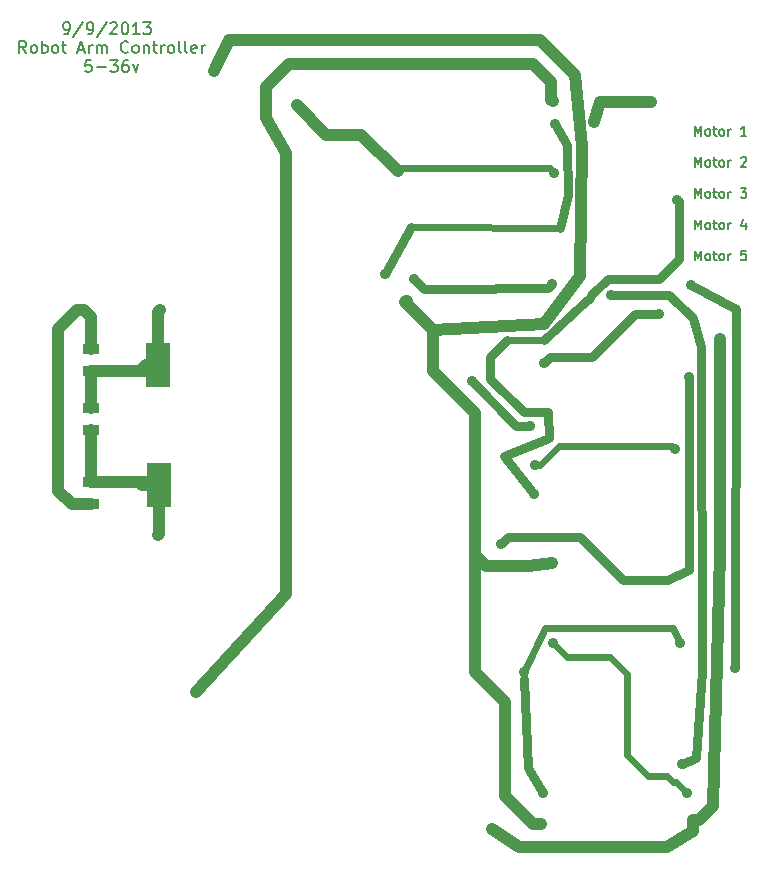
<source format=gtl>
G04 (created by PCBNEW (2013-08-24 BZR 4298)-stable) date Mon 09 Sep 2013 07:29:06 PM PDT*
%MOIN*%
G04 Gerber Fmt 3.4, Leading zero omitted, Abs format*
%FSLAX34Y34*%
G01*
G70*
G90*
G04 APERTURE LIST*
%ADD10C,0.003937*%
%ADD11C,0.007874*%
%ADD12R,0.055000X0.035000*%
%ADD13R,0.082700X0.149600*%
%ADD14C,0.035000*%
%ADD15C,0.031496*%
%ADD16C,0.039370*%
%ADD17C,0.023622*%
G04 APERTURE END LIST*
G54D10*
G54D11*
X37341Y-31343D02*
X37341Y-31028D01*
X37446Y-31253D01*
X37551Y-31028D01*
X37551Y-31343D01*
X37746Y-31343D02*
X37716Y-31328D01*
X37701Y-31313D01*
X37686Y-31283D01*
X37686Y-31193D01*
X37701Y-31163D01*
X37716Y-31148D01*
X37746Y-31133D01*
X37791Y-31133D01*
X37821Y-31148D01*
X37836Y-31163D01*
X37851Y-31193D01*
X37851Y-31283D01*
X37836Y-31313D01*
X37821Y-31328D01*
X37791Y-31343D01*
X37746Y-31343D01*
X37941Y-31133D02*
X38061Y-31133D01*
X37986Y-31028D02*
X37986Y-31298D01*
X38001Y-31328D01*
X38031Y-31343D01*
X38061Y-31343D01*
X38211Y-31343D02*
X38181Y-31328D01*
X38166Y-31313D01*
X38151Y-31283D01*
X38151Y-31193D01*
X38166Y-31163D01*
X38181Y-31148D01*
X38211Y-31133D01*
X38256Y-31133D01*
X38286Y-31148D01*
X38301Y-31163D01*
X38316Y-31193D01*
X38316Y-31283D01*
X38301Y-31313D01*
X38286Y-31328D01*
X38256Y-31343D01*
X38211Y-31343D01*
X38451Y-31343D02*
X38451Y-31133D01*
X38451Y-31193D02*
X38466Y-31163D01*
X38481Y-31148D01*
X38511Y-31133D01*
X38541Y-31133D01*
X39051Y-31343D02*
X38871Y-31343D01*
X38961Y-31343D02*
X38961Y-31028D01*
X38931Y-31073D01*
X38901Y-31103D01*
X38871Y-31118D01*
X37341Y-32382D02*
X37341Y-32067D01*
X37446Y-32292D01*
X37551Y-32067D01*
X37551Y-32382D01*
X37746Y-32382D02*
X37716Y-32367D01*
X37701Y-32352D01*
X37686Y-32322D01*
X37686Y-32232D01*
X37701Y-32202D01*
X37716Y-32187D01*
X37746Y-32172D01*
X37791Y-32172D01*
X37821Y-32187D01*
X37836Y-32202D01*
X37851Y-32232D01*
X37851Y-32322D01*
X37836Y-32352D01*
X37821Y-32367D01*
X37791Y-32382D01*
X37746Y-32382D01*
X37941Y-32172D02*
X38061Y-32172D01*
X37986Y-32067D02*
X37986Y-32337D01*
X38001Y-32367D01*
X38031Y-32382D01*
X38061Y-32382D01*
X38211Y-32382D02*
X38181Y-32367D01*
X38166Y-32352D01*
X38151Y-32322D01*
X38151Y-32232D01*
X38166Y-32202D01*
X38181Y-32187D01*
X38211Y-32172D01*
X38256Y-32172D01*
X38286Y-32187D01*
X38301Y-32202D01*
X38316Y-32232D01*
X38316Y-32322D01*
X38301Y-32352D01*
X38286Y-32367D01*
X38256Y-32382D01*
X38211Y-32382D01*
X38451Y-32382D02*
X38451Y-32172D01*
X38451Y-32232D02*
X38466Y-32202D01*
X38481Y-32187D01*
X38511Y-32172D01*
X38541Y-32172D01*
X38871Y-32097D02*
X38886Y-32082D01*
X38916Y-32067D01*
X38991Y-32067D01*
X39021Y-32082D01*
X39036Y-32097D01*
X39051Y-32127D01*
X39051Y-32157D01*
X39036Y-32202D01*
X38856Y-32382D01*
X39051Y-32382D01*
X37341Y-33422D02*
X37341Y-33107D01*
X37446Y-33332D01*
X37551Y-33107D01*
X37551Y-33422D01*
X37746Y-33422D02*
X37716Y-33407D01*
X37701Y-33392D01*
X37686Y-33362D01*
X37686Y-33272D01*
X37701Y-33242D01*
X37716Y-33227D01*
X37746Y-33212D01*
X37791Y-33212D01*
X37821Y-33227D01*
X37836Y-33242D01*
X37851Y-33272D01*
X37851Y-33362D01*
X37836Y-33392D01*
X37821Y-33407D01*
X37791Y-33422D01*
X37746Y-33422D01*
X37941Y-33212D02*
X38061Y-33212D01*
X37986Y-33107D02*
X37986Y-33377D01*
X38001Y-33407D01*
X38031Y-33422D01*
X38061Y-33422D01*
X38211Y-33422D02*
X38181Y-33407D01*
X38166Y-33392D01*
X38151Y-33362D01*
X38151Y-33272D01*
X38166Y-33242D01*
X38181Y-33227D01*
X38211Y-33212D01*
X38256Y-33212D01*
X38286Y-33227D01*
X38301Y-33242D01*
X38316Y-33272D01*
X38316Y-33362D01*
X38301Y-33392D01*
X38286Y-33407D01*
X38256Y-33422D01*
X38211Y-33422D01*
X38451Y-33422D02*
X38451Y-33212D01*
X38451Y-33272D02*
X38466Y-33242D01*
X38481Y-33227D01*
X38511Y-33212D01*
X38541Y-33212D01*
X38856Y-33107D02*
X39051Y-33107D01*
X38946Y-33227D01*
X38991Y-33227D01*
X39021Y-33242D01*
X39036Y-33257D01*
X39051Y-33287D01*
X39051Y-33362D01*
X39036Y-33392D01*
X39021Y-33407D01*
X38991Y-33422D01*
X38901Y-33422D01*
X38871Y-33407D01*
X38856Y-33392D01*
X37341Y-34461D02*
X37341Y-34146D01*
X37446Y-34371D01*
X37551Y-34146D01*
X37551Y-34461D01*
X37746Y-34461D02*
X37716Y-34446D01*
X37701Y-34431D01*
X37686Y-34401D01*
X37686Y-34311D01*
X37701Y-34281D01*
X37716Y-34266D01*
X37746Y-34251D01*
X37791Y-34251D01*
X37821Y-34266D01*
X37836Y-34281D01*
X37851Y-34311D01*
X37851Y-34401D01*
X37836Y-34431D01*
X37821Y-34446D01*
X37791Y-34461D01*
X37746Y-34461D01*
X37941Y-34251D02*
X38061Y-34251D01*
X37986Y-34146D02*
X37986Y-34416D01*
X38001Y-34446D01*
X38031Y-34461D01*
X38061Y-34461D01*
X38211Y-34461D02*
X38181Y-34446D01*
X38166Y-34431D01*
X38151Y-34401D01*
X38151Y-34311D01*
X38166Y-34281D01*
X38181Y-34266D01*
X38211Y-34251D01*
X38256Y-34251D01*
X38286Y-34266D01*
X38301Y-34281D01*
X38316Y-34311D01*
X38316Y-34401D01*
X38301Y-34431D01*
X38286Y-34446D01*
X38256Y-34461D01*
X38211Y-34461D01*
X38451Y-34461D02*
X38451Y-34251D01*
X38451Y-34311D02*
X38466Y-34281D01*
X38481Y-34266D01*
X38511Y-34251D01*
X38541Y-34251D01*
X39021Y-34251D02*
X39021Y-34461D01*
X38946Y-34131D02*
X38871Y-34356D01*
X39066Y-34356D01*
X37341Y-35500D02*
X37341Y-35185D01*
X37446Y-35410D01*
X37551Y-35185D01*
X37551Y-35500D01*
X37746Y-35500D02*
X37716Y-35485D01*
X37701Y-35470D01*
X37686Y-35440D01*
X37686Y-35350D01*
X37701Y-35320D01*
X37716Y-35305D01*
X37746Y-35290D01*
X37791Y-35290D01*
X37821Y-35305D01*
X37836Y-35320D01*
X37851Y-35350D01*
X37851Y-35440D01*
X37836Y-35470D01*
X37821Y-35485D01*
X37791Y-35500D01*
X37746Y-35500D01*
X37941Y-35290D02*
X38061Y-35290D01*
X37986Y-35185D02*
X37986Y-35455D01*
X38001Y-35485D01*
X38031Y-35500D01*
X38061Y-35500D01*
X38211Y-35500D02*
X38181Y-35485D01*
X38166Y-35470D01*
X38151Y-35440D01*
X38151Y-35350D01*
X38166Y-35320D01*
X38181Y-35305D01*
X38211Y-35290D01*
X38256Y-35290D01*
X38286Y-35305D01*
X38301Y-35320D01*
X38316Y-35350D01*
X38316Y-35440D01*
X38301Y-35470D01*
X38286Y-35485D01*
X38256Y-35500D01*
X38211Y-35500D01*
X38451Y-35500D02*
X38451Y-35290D01*
X38451Y-35350D02*
X38466Y-35320D01*
X38481Y-35305D01*
X38511Y-35290D01*
X38541Y-35290D01*
X39036Y-35185D02*
X38886Y-35185D01*
X38871Y-35335D01*
X38886Y-35320D01*
X38916Y-35305D01*
X38991Y-35305D01*
X39021Y-35320D01*
X39036Y-35335D01*
X39051Y-35365D01*
X39051Y-35440D01*
X39036Y-35470D01*
X39021Y-35485D01*
X38991Y-35500D01*
X38916Y-35500D01*
X38886Y-35485D01*
X38871Y-35470D01*
X16309Y-27963D02*
X16384Y-27963D01*
X16421Y-27944D01*
X16440Y-27926D01*
X16477Y-27869D01*
X16496Y-27794D01*
X16496Y-27644D01*
X16477Y-27607D01*
X16459Y-27588D01*
X16421Y-27569D01*
X16346Y-27569D01*
X16309Y-27588D01*
X16290Y-27607D01*
X16271Y-27644D01*
X16271Y-27738D01*
X16290Y-27776D01*
X16309Y-27794D01*
X16346Y-27813D01*
X16421Y-27813D01*
X16459Y-27794D01*
X16477Y-27776D01*
X16496Y-27738D01*
X16946Y-27551D02*
X16609Y-28057D01*
X17096Y-27963D02*
X17171Y-27963D01*
X17208Y-27944D01*
X17227Y-27926D01*
X17265Y-27869D01*
X17283Y-27794D01*
X17283Y-27644D01*
X17265Y-27607D01*
X17246Y-27588D01*
X17208Y-27569D01*
X17133Y-27569D01*
X17096Y-27588D01*
X17077Y-27607D01*
X17058Y-27644D01*
X17058Y-27738D01*
X17077Y-27776D01*
X17096Y-27794D01*
X17133Y-27813D01*
X17208Y-27813D01*
X17246Y-27794D01*
X17265Y-27776D01*
X17283Y-27738D01*
X17733Y-27551D02*
X17396Y-28057D01*
X17846Y-27607D02*
X17865Y-27588D01*
X17902Y-27569D01*
X17996Y-27569D01*
X18033Y-27588D01*
X18052Y-27607D01*
X18071Y-27644D01*
X18071Y-27682D01*
X18052Y-27738D01*
X17827Y-27963D01*
X18071Y-27963D01*
X18315Y-27569D02*
X18352Y-27569D01*
X18390Y-27588D01*
X18408Y-27607D01*
X18427Y-27644D01*
X18446Y-27719D01*
X18446Y-27813D01*
X18427Y-27888D01*
X18408Y-27926D01*
X18390Y-27944D01*
X18352Y-27963D01*
X18315Y-27963D01*
X18277Y-27944D01*
X18258Y-27926D01*
X18240Y-27888D01*
X18221Y-27813D01*
X18221Y-27719D01*
X18240Y-27644D01*
X18258Y-27607D01*
X18277Y-27588D01*
X18315Y-27569D01*
X18821Y-27963D02*
X18596Y-27963D01*
X18708Y-27963D02*
X18708Y-27569D01*
X18671Y-27626D01*
X18633Y-27663D01*
X18596Y-27682D01*
X18952Y-27569D02*
X19196Y-27569D01*
X19064Y-27719D01*
X19121Y-27719D01*
X19158Y-27738D01*
X19177Y-27757D01*
X19196Y-27794D01*
X19196Y-27888D01*
X19177Y-27926D01*
X19158Y-27944D01*
X19121Y-27963D01*
X19008Y-27963D01*
X18971Y-27944D01*
X18952Y-27926D01*
X15043Y-28593D02*
X14912Y-28405D01*
X14818Y-28593D02*
X14818Y-28199D01*
X14968Y-28199D01*
X15006Y-28218D01*
X15024Y-28237D01*
X15043Y-28274D01*
X15043Y-28330D01*
X15024Y-28368D01*
X15006Y-28387D01*
X14968Y-28405D01*
X14818Y-28405D01*
X15268Y-28593D02*
X15231Y-28574D01*
X15212Y-28555D01*
X15193Y-28518D01*
X15193Y-28405D01*
X15212Y-28368D01*
X15231Y-28349D01*
X15268Y-28330D01*
X15324Y-28330D01*
X15362Y-28349D01*
X15381Y-28368D01*
X15399Y-28405D01*
X15399Y-28518D01*
X15381Y-28555D01*
X15362Y-28574D01*
X15324Y-28593D01*
X15268Y-28593D01*
X15568Y-28593D02*
X15568Y-28199D01*
X15568Y-28349D02*
X15606Y-28330D01*
X15681Y-28330D01*
X15718Y-28349D01*
X15737Y-28368D01*
X15755Y-28405D01*
X15755Y-28518D01*
X15737Y-28555D01*
X15718Y-28574D01*
X15681Y-28593D01*
X15606Y-28593D01*
X15568Y-28574D01*
X15980Y-28593D02*
X15943Y-28574D01*
X15924Y-28555D01*
X15905Y-28518D01*
X15905Y-28405D01*
X15924Y-28368D01*
X15943Y-28349D01*
X15980Y-28330D01*
X16037Y-28330D01*
X16074Y-28349D01*
X16093Y-28368D01*
X16112Y-28405D01*
X16112Y-28518D01*
X16093Y-28555D01*
X16074Y-28574D01*
X16037Y-28593D01*
X15980Y-28593D01*
X16224Y-28330D02*
X16374Y-28330D01*
X16280Y-28199D02*
X16280Y-28537D01*
X16299Y-28574D01*
X16337Y-28593D01*
X16374Y-28593D01*
X16787Y-28480D02*
X16974Y-28480D01*
X16749Y-28593D02*
X16880Y-28199D01*
X17012Y-28593D01*
X17143Y-28593D02*
X17143Y-28330D01*
X17143Y-28405D02*
X17162Y-28368D01*
X17180Y-28349D01*
X17218Y-28330D01*
X17255Y-28330D01*
X17387Y-28593D02*
X17387Y-28330D01*
X17387Y-28368D02*
X17405Y-28349D01*
X17443Y-28330D01*
X17499Y-28330D01*
X17537Y-28349D01*
X17555Y-28387D01*
X17555Y-28593D01*
X17555Y-28387D02*
X17574Y-28349D01*
X17612Y-28330D01*
X17668Y-28330D01*
X17705Y-28349D01*
X17724Y-28387D01*
X17724Y-28593D01*
X18436Y-28555D02*
X18418Y-28574D01*
X18361Y-28593D01*
X18324Y-28593D01*
X18268Y-28574D01*
X18230Y-28537D01*
X18211Y-28499D01*
X18193Y-28424D01*
X18193Y-28368D01*
X18211Y-28293D01*
X18230Y-28255D01*
X18268Y-28218D01*
X18324Y-28199D01*
X18361Y-28199D01*
X18418Y-28218D01*
X18436Y-28237D01*
X18661Y-28593D02*
X18624Y-28574D01*
X18605Y-28555D01*
X18586Y-28518D01*
X18586Y-28405D01*
X18605Y-28368D01*
X18624Y-28349D01*
X18661Y-28330D01*
X18718Y-28330D01*
X18755Y-28349D01*
X18774Y-28368D01*
X18793Y-28405D01*
X18793Y-28518D01*
X18774Y-28555D01*
X18755Y-28574D01*
X18718Y-28593D01*
X18661Y-28593D01*
X18961Y-28330D02*
X18961Y-28593D01*
X18961Y-28368D02*
X18980Y-28349D01*
X19018Y-28330D01*
X19074Y-28330D01*
X19111Y-28349D01*
X19130Y-28387D01*
X19130Y-28593D01*
X19261Y-28330D02*
X19411Y-28330D01*
X19318Y-28199D02*
X19318Y-28537D01*
X19336Y-28574D01*
X19374Y-28593D01*
X19411Y-28593D01*
X19543Y-28593D02*
X19543Y-28330D01*
X19543Y-28405D02*
X19561Y-28368D01*
X19580Y-28349D01*
X19618Y-28330D01*
X19655Y-28330D01*
X19842Y-28593D02*
X19805Y-28574D01*
X19786Y-28555D01*
X19767Y-28518D01*
X19767Y-28405D01*
X19786Y-28368D01*
X19805Y-28349D01*
X19842Y-28330D01*
X19899Y-28330D01*
X19936Y-28349D01*
X19955Y-28368D01*
X19974Y-28405D01*
X19974Y-28518D01*
X19955Y-28555D01*
X19936Y-28574D01*
X19899Y-28593D01*
X19842Y-28593D01*
X20199Y-28593D02*
X20161Y-28574D01*
X20142Y-28537D01*
X20142Y-28199D01*
X20405Y-28593D02*
X20367Y-28574D01*
X20349Y-28537D01*
X20349Y-28199D01*
X20705Y-28574D02*
X20667Y-28593D01*
X20592Y-28593D01*
X20555Y-28574D01*
X20536Y-28537D01*
X20536Y-28387D01*
X20555Y-28349D01*
X20592Y-28330D01*
X20667Y-28330D01*
X20705Y-28349D01*
X20724Y-28387D01*
X20724Y-28424D01*
X20536Y-28462D01*
X20892Y-28593D02*
X20892Y-28330D01*
X20892Y-28405D02*
X20911Y-28368D01*
X20930Y-28349D01*
X20967Y-28330D01*
X21005Y-28330D01*
X17208Y-28829D02*
X17021Y-28829D01*
X17002Y-29017D01*
X17021Y-28998D01*
X17058Y-28979D01*
X17152Y-28979D01*
X17190Y-28998D01*
X17208Y-29017D01*
X17227Y-29054D01*
X17227Y-29148D01*
X17208Y-29185D01*
X17190Y-29204D01*
X17152Y-29223D01*
X17058Y-29223D01*
X17021Y-29204D01*
X17002Y-29185D01*
X17396Y-29073D02*
X17696Y-29073D01*
X17846Y-28829D02*
X18090Y-28829D01*
X17958Y-28979D01*
X18015Y-28979D01*
X18052Y-28998D01*
X18071Y-29017D01*
X18090Y-29054D01*
X18090Y-29148D01*
X18071Y-29185D01*
X18052Y-29204D01*
X18015Y-29223D01*
X17902Y-29223D01*
X17865Y-29204D01*
X17846Y-29185D01*
X18427Y-28829D02*
X18352Y-28829D01*
X18315Y-28848D01*
X18296Y-28867D01*
X18258Y-28923D01*
X18240Y-28998D01*
X18240Y-29148D01*
X18258Y-29185D01*
X18277Y-29204D01*
X18315Y-29223D01*
X18390Y-29223D01*
X18427Y-29204D01*
X18446Y-29185D01*
X18465Y-29148D01*
X18465Y-29054D01*
X18446Y-29017D01*
X18427Y-28998D01*
X18390Y-28979D01*
X18315Y-28979D01*
X18277Y-28998D01*
X18258Y-29017D01*
X18240Y-29054D01*
X18596Y-28960D02*
X18690Y-29223D01*
X18783Y-28960D01*
G54D12*
X17204Y-41162D03*
X17204Y-40412D03*
G54D13*
X19434Y-38984D03*
X19472Y-42984D03*
G54D12*
X17204Y-42892D03*
X17204Y-43642D03*
X17204Y-39193D03*
X17204Y-38443D03*
G54D14*
X32312Y-38927D03*
X36141Y-37303D03*
X38169Y-38139D03*
X38159Y-45275D03*
X37273Y-54163D03*
X30570Y-54468D03*
X32598Y-30196D03*
X28720Y-28946D03*
X20718Y-49901D03*
X23051Y-30748D03*
X19488Y-37165D03*
X19448Y-44645D03*
X36683Y-41801D03*
X31998Y-42322D03*
X32637Y-32578D03*
X24055Y-30334D03*
X27421Y-32539D03*
X16968Y-37165D03*
X35866Y-30236D03*
X33976Y-30885D03*
X31968Y-43287D03*
X36751Y-33484D03*
X36909Y-52303D03*
X34547Y-36673D03*
X37214Y-36309D03*
X38661Y-49104D03*
X37145Y-39389D03*
X30875Y-44970D03*
X29891Y-39537D03*
X31840Y-41023D03*
X27007Y-35944D03*
X32667Y-30954D03*
X27972Y-36122D03*
X32568Y-36279D03*
X32273Y-53248D03*
X36850Y-48267D03*
X31633Y-49222D03*
X32588Y-48248D03*
X37057Y-53257D03*
X32214Y-54291D03*
X32578Y-45580D03*
X27726Y-36850D03*
X21318Y-29183D03*
G54D15*
X32312Y-38927D02*
X32519Y-38720D01*
X32519Y-38720D02*
X33907Y-38720D01*
X33907Y-38720D02*
X35324Y-37303D01*
X35324Y-37303D02*
X36141Y-37303D01*
G54D16*
X38159Y-45275D02*
X38159Y-38149D01*
X38159Y-38149D02*
X38169Y-38139D01*
X37273Y-54163D02*
X37470Y-54163D01*
X37933Y-53700D02*
X38159Y-45275D01*
X37470Y-54163D02*
X37933Y-53700D01*
X37273Y-54537D02*
X37273Y-54163D01*
X36397Y-55068D02*
X37273Y-54537D01*
X31476Y-55068D02*
X36397Y-55068D01*
X30570Y-54468D02*
X31476Y-55068D01*
X31938Y-28946D02*
X28720Y-28946D01*
X32549Y-29557D02*
X31938Y-28946D01*
X32549Y-30147D02*
X32549Y-29557D01*
X32598Y-30196D02*
X32549Y-30147D01*
X23051Y-30748D02*
X23051Y-29714D01*
X23051Y-29714D02*
X23818Y-28946D01*
X23818Y-28946D02*
X28720Y-28946D01*
X20718Y-49901D02*
X23700Y-46624D01*
X23700Y-46624D02*
X23700Y-31909D01*
X23700Y-31909D02*
X23051Y-30748D01*
X19434Y-38984D02*
X19047Y-38984D01*
X19625Y-39193D02*
X17204Y-39193D01*
X19047Y-38984D02*
X18837Y-39193D01*
X17204Y-40412D02*
X17204Y-39193D01*
X19434Y-37218D02*
X19434Y-38984D01*
X19488Y-37165D02*
X19434Y-37218D01*
X17204Y-42892D02*
X17204Y-41162D01*
X19472Y-42984D02*
X18889Y-42984D01*
X19585Y-42892D02*
X17204Y-42892D01*
X18889Y-42984D02*
X18798Y-42892D01*
X19472Y-42984D02*
X19472Y-44621D01*
X19472Y-44621D02*
X19448Y-44645D01*
G54D17*
X34084Y-41683D02*
X32814Y-41683D01*
X36683Y-41801D02*
X36564Y-41683D01*
X36564Y-41683D02*
X34084Y-41683D01*
X32175Y-42322D02*
X31998Y-42322D01*
X32814Y-41683D02*
X32175Y-42322D01*
X27529Y-32431D02*
X27421Y-32539D01*
X32490Y-32431D02*
X27529Y-32431D01*
X32637Y-32578D02*
X32490Y-32431D01*
G54D16*
X25049Y-31328D02*
X24055Y-30334D01*
X26210Y-31328D02*
X25049Y-31328D01*
X27421Y-32539D02*
X26210Y-31328D01*
X17204Y-43642D02*
X16554Y-43642D01*
X16732Y-37165D02*
X16968Y-37165D01*
X16102Y-37795D02*
X16732Y-37165D01*
X16102Y-43190D02*
X16102Y-37795D01*
X16554Y-43642D02*
X16102Y-43190D01*
X17204Y-38443D02*
X17204Y-37401D01*
X17204Y-37401D02*
X16968Y-37165D01*
X34173Y-30236D02*
X35866Y-30236D01*
X33976Y-30885D02*
X34173Y-30236D01*
G54D15*
X32444Y-40570D02*
X31623Y-40570D01*
X36751Y-33484D02*
X36791Y-33523D01*
X36791Y-33523D02*
X36791Y-35472D01*
X36791Y-35472D02*
X36151Y-36112D01*
X36151Y-36112D02*
X34438Y-36112D01*
X34438Y-36112D02*
X33917Y-36633D01*
X33917Y-36633D02*
X33817Y-36792D01*
X30964Y-42041D02*
X32477Y-41427D01*
X32477Y-41427D02*
X32444Y-40570D01*
X32304Y-38159D02*
X33720Y-36870D01*
X33720Y-36870D02*
X33817Y-36792D01*
X31968Y-43287D02*
X30964Y-42041D01*
X31623Y-40570D02*
X30501Y-39448D01*
X30501Y-39448D02*
X30501Y-38720D01*
X30501Y-38720D02*
X31062Y-38159D01*
G54D17*
X31062Y-38159D02*
X32304Y-38159D01*
G54D15*
X34547Y-36673D02*
X36476Y-36673D01*
X37273Y-37421D02*
X37553Y-38395D01*
X37553Y-38395D02*
X37566Y-49183D01*
X37566Y-49183D02*
X37372Y-52076D01*
X37372Y-52076D02*
X36909Y-52303D01*
X36476Y-36673D02*
X37273Y-37421D01*
G54D17*
X34547Y-36673D02*
X34547Y-36673D01*
G54D15*
X37214Y-36309D02*
X38690Y-37125D01*
X38690Y-37125D02*
X38661Y-49104D01*
X37145Y-39389D02*
X37145Y-45836D01*
X30875Y-44970D02*
X31112Y-44734D01*
X31112Y-44734D02*
X33503Y-44734D01*
X37145Y-45836D02*
X36397Y-46151D01*
X36397Y-46151D02*
X34921Y-46151D01*
X34921Y-46151D02*
X33503Y-44734D01*
X29891Y-39537D02*
X31377Y-41023D01*
X31377Y-41023D02*
X31840Y-41023D01*
X27007Y-35944D02*
X27864Y-34399D01*
G54D17*
X27864Y-34399D02*
X29675Y-34399D01*
X29675Y-34399D02*
X31437Y-34409D01*
X31437Y-34409D02*
X32824Y-34438D01*
G54D15*
X32824Y-34438D02*
X33090Y-33326D01*
X33090Y-33326D02*
X33080Y-31643D01*
X33080Y-31643D02*
X32667Y-30954D01*
X27972Y-36122D02*
X28297Y-36446D01*
X28297Y-36446D02*
X30679Y-36446D01*
X30679Y-36446D02*
X30698Y-36427D01*
X30698Y-36427D02*
X32421Y-36427D01*
X32421Y-36427D02*
X32568Y-36279D01*
G54D17*
X31633Y-49222D02*
X31633Y-49468D01*
G54D15*
X31761Y-52440D02*
X32273Y-53248D01*
X31633Y-49468D02*
X31761Y-52440D01*
G54D17*
X36594Y-47746D02*
X36850Y-48267D01*
X32332Y-47746D02*
X36594Y-47746D01*
X31633Y-49222D02*
X32332Y-47746D01*
X33070Y-48730D02*
X32588Y-48248D01*
X34488Y-48730D02*
X33070Y-48730D01*
X35059Y-49301D02*
X34488Y-48730D01*
X35059Y-51978D02*
X35059Y-49301D01*
X35767Y-52687D02*
X35059Y-51978D01*
X36397Y-52687D02*
X35767Y-52687D01*
X36614Y-52903D02*
X36397Y-52687D01*
X36702Y-52903D02*
X36614Y-52903D01*
X37057Y-53257D02*
X36702Y-52903D01*
G54D16*
X30014Y-45319D02*
X30014Y-49227D01*
X31929Y-54291D02*
X32214Y-54291D01*
X31003Y-53366D02*
X31929Y-54291D01*
X31003Y-50216D02*
X31003Y-53366D01*
X30014Y-49227D02*
X31003Y-50216D01*
X28592Y-37814D02*
X28592Y-39183D01*
X31801Y-45688D02*
X32578Y-45580D01*
X30383Y-45688D02*
X31801Y-45688D01*
X30000Y-45305D02*
X30014Y-45319D01*
X30014Y-45319D02*
X30383Y-45688D01*
X30000Y-40590D02*
X30000Y-45305D01*
X28592Y-39183D02*
X30000Y-40590D01*
X27711Y-36865D02*
X27711Y-36934D01*
X27726Y-36850D02*
X27711Y-36865D01*
X28592Y-37814D02*
X27711Y-36934D01*
X27711Y-36934D02*
X27657Y-36879D01*
X32287Y-37618D02*
X28592Y-37814D01*
X33494Y-36013D02*
X32287Y-37618D01*
X33346Y-29330D02*
X33562Y-31702D01*
X33562Y-31702D02*
X33346Y-29330D01*
X33346Y-29330D02*
X33562Y-31702D01*
X33562Y-31702D02*
X33494Y-36013D01*
X32185Y-28159D02*
X33346Y-29330D01*
X21791Y-28159D02*
X32185Y-28159D01*
X21318Y-29183D02*
X21791Y-28159D01*
M02*

</source>
